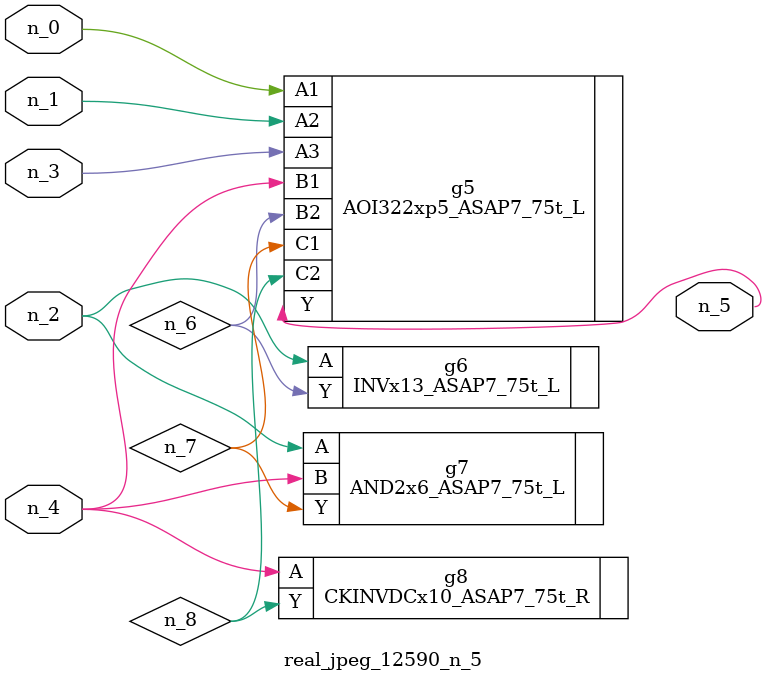
<source format=v>
module real_jpeg_12590_n_5 (n_4, n_0, n_1, n_2, n_3, n_5);

input n_4;
input n_0;
input n_1;
input n_2;
input n_3;

output n_5;

wire n_8;
wire n_6;
wire n_7;

AOI322xp5_ASAP7_75t_L g5 ( 
.A1(n_0),
.A2(n_1),
.A3(n_3),
.B1(n_4),
.B2(n_6),
.C1(n_7),
.C2(n_8),
.Y(n_5)
);

INVx13_ASAP7_75t_L g6 ( 
.A(n_2),
.Y(n_6)
);

AND2x6_ASAP7_75t_L g7 ( 
.A(n_2),
.B(n_4),
.Y(n_7)
);

CKINVDCx10_ASAP7_75t_R g8 ( 
.A(n_4),
.Y(n_8)
);


endmodule
</source>
